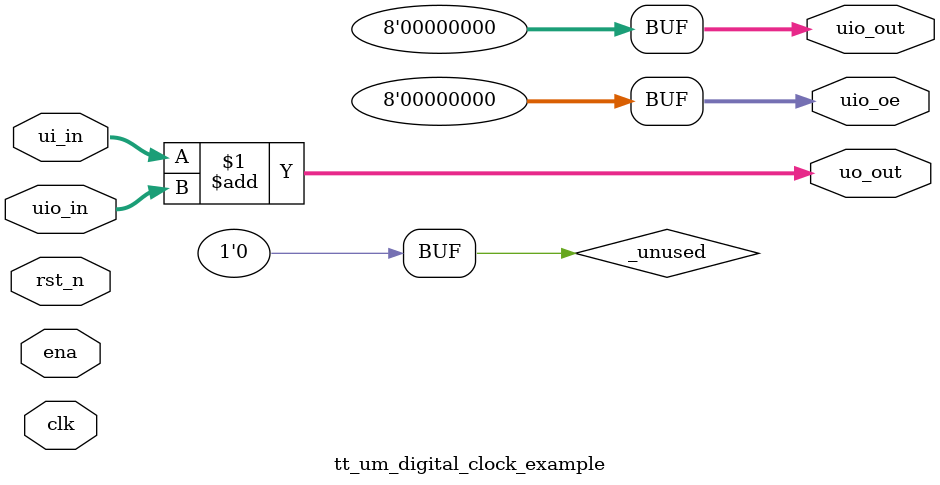
<source format=v>
/*
 * Copyright (c) 2024 Your Name
 * SPDX-License-Identifier: Apache-2.0
 */

`default_nettype none

module tt_um_digital_clock_example(
    input  wire [7:0] ui_in,    // Dedicated inputs
    output wire [7:0] uo_out,   // Dedicated outputs
    input  wire [7:0] uio_in,   // IOs: Input path
    output wire [7:0] uio_out,  // IOs: Output path
    output wire [7:0] uio_oe,   // IOs: Enable path (active high: 0=input, 1=output)
    input  wire       ena,      // always 1 when the design is powered, so you can ignore it
    input  wire       clk,      // clock
    input  wire       rst_n     // reset_n - low to reset
);

  // All output pins must be assigned. If not used, assign to 0.
  assign uo_out  = ui_in + uio_in;  // Example: ou_out is the sum of ui_in and uio_in
  assign uio_out = 0;
  assign uio_oe  = 0;

  // List all unused inputs to prevent warnings
  wire _unused = &{ena, clk, rst_n, 1'b0};

endmodule

</source>
